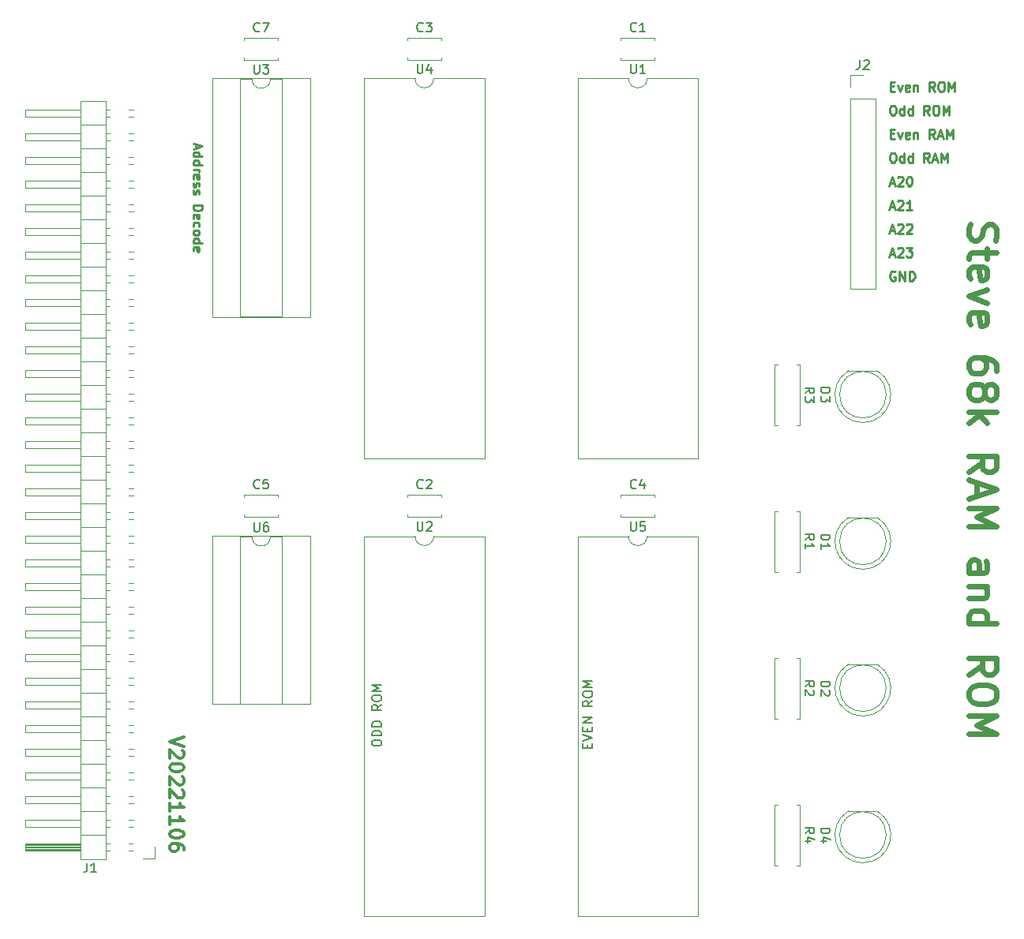
<source format=gto>
G04 #@! TF.GenerationSoftware,KiCad,Pcbnew,(6.0.2)*
G04 #@! TF.CreationDate,2022-11-06T15:02:32-08:00*
G04 #@! TF.ProjectId,RAM and ROM,52414d20-616e-4642-9052-4f4d2e6b6963,1.0*
G04 #@! TF.SameCoordinates,Original*
G04 #@! TF.FileFunction,Legend,Top*
G04 #@! TF.FilePolarity,Positive*
%FSLAX46Y46*%
G04 Gerber Fmt 4.6, Leading zero omitted, Abs format (unit mm)*
G04 Created by KiCad (PCBNEW (6.0.2)) date 2022-11-06 15:02:32*
%MOMM*%
%LPD*%
G01*
G04 APERTURE LIST*
%ADD10C,0.250000*%
%ADD11C,0.300000*%
%ADD12C,0.150000*%
%ADD13C,0.600000*%
%ADD14C,0.120000*%
%ADD15R,1.700000X1.700000*%
%ADD16O,1.700000X1.700000*%
%ADD17C,3.200000*%
%ADD18C,1.600000*%
%ADD19O,1.600000X1.600000*%
%ADD20R,1.600000X1.600000*%
%ADD21R,1.800000X1.800000*%
%ADD22C,1.800000*%
%ADD23R,2.400000X1.600000*%
%ADD24O,2.400000X1.600000*%
G04 APERTURE END LIST*
D10*
X108799333Y-60487095D02*
X108799333Y-60963285D01*
X108513619Y-60391857D02*
X109513619Y-60725190D01*
X108513619Y-61058523D01*
X108513619Y-61820428D02*
X109513619Y-61820428D01*
X108561238Y-61820428D02*
X108513619Y-61725190D01*
X108513619Y-61534714D01*
X108561238Y-61439476D01*
X108608857Y-61391857D01*
X108704095Y-61344238D01*
X108989809Y-61344238D01*
X109085047Y-61391857D01*
X109132666Y-61439476D01*
X109180285Y-61534714D01*
X109180285Y-61725190D01*
X109132666Y-61820428D01*
X108513619Y-62725190D02*
X109513619Y-62725190D01*
X108561238Y-62725190D02*
X108513619Y-62629952D01*
X108513619Y-62439476D01*
X108561238Y-62344238D01*
X108608857Y-62296619D01*
X108704095Y-62249000D01*
X108989809Y-62249000D01*
X109085047Y-62296619D01*
X109132666Y-62344238D01*
X109180285Y-62439476D01*
X109180285Y-62629952D01*
X109132666Y-62725190D01*
X108513619Y-63201380D02*
X109180285Y-63201380D01*
X108989809Y-63201380D02*
X109085047Y-63249000D01*
X109132666Y-63296619D01*
X109180285Y-63391857D01*
X109180285Y-63487095D01*
X108561238Y-64201380D02*
X108513619Y-64106142D01*
X108513619Y-63915666D01*
X108561238Y-63820428D01*
X108656476Y-63772809D01*
X109037428Y-63772809D01*
X109132666Y-63820428D01*
X109180285Y-63915666D01*
X109180285Y-64106142D01*
X109132666Y-64201380D01*
X109037428Y-64249000D01*
X108942190Y-64249000D01*
X108846952Y-63772809D01*
X108561238Y-64629952D02*
X108513619Y-64725190D01*
X108513619Y-64915666D01*
X108561238Y-65010904D01*
X108656476Y-65058523D01*
X108704095Y-65058523D01*
X108799333Y-65010904D01*
X108846952Y-64915666D01*
X108846952Y-64772809D01*
X108894571Y-64677571D01*
X108989809Y-64629952D01*
X109037428Y-64629952D01*
X109132666Y-64677571D01*
X109180285Y-64772809D01*
X109180285Y-64915666D01*
X109132666Y-65010904D01*
X108561238Y-65439476D02*
X108513619Y-65534714D01*
X108513619Y-65725190D01*
X108561238Y-65820428D01*
X108656476Y-65868047D01*
X108704095Y-65868047D01*
X108799333Y-65820428D01*
X108846952Y-65725190D01*
X108846952Y-65582333D01*
X108894571Y-65487095D01*
X108989809Y-65439476D01*
X109037428Y-65439476D01*
X109132666Y-65487095D01*
X109180285Y-65582333D01*
X109180285Y-65725190D01*
X109132666Y-65820428D01*
X108513619Y-67058523D02*
X109513619Y-67058523D01*
X109513619Y-67296619D01*
X109466000Y-67439476D01*
X109370761Y-67534714D01*
X109275523Y-67582333D01*
X109085047Y-67629952D01*
X108942190Y-67629952D01*
X108751714Y-67582333D01*
X108656476Y-67534714D01*
X108561238Y-67439476D01*
X108513619Y-67296619D01*
X108513619Y-67058523D01*
X108561238Y-68439476D02*
X108513619Y-68344238D01*
X108513619Y-68153761D01*
X108561238Y-68058523D01*
X108656476Y-68010904D01*
X109037428Y-68010904D01*
X109132666Y-68058523D01*
X109180285Y-68153761D01*
X109180285Y-68344238D01*
X109132666Y-68439476D01*
X109037428Y-68487095D01*
X108942190Y-68487095D01*
X108846952Y-68010904D01*
X108561238Y-69344238D02*
X108513619Y-69249000D01*
X108513619Y-69058523D01*
X108561238Y-68963285D01*
X108608857Y-68915666D01*
X108704095Y-68868047D01*
X108989809Y-68868047D01*
X109085047Y-68915666D01*
X109132666Y-68963285D01*
X109180285Y-69058523D01*
X109180285Y-69249000D01*
X109132666Y-69344238D01*
X108513619Y-69915666D02*
X108561238Y-69820428D01*
X108608857Y-69772809D01*
X108704095Y-69725190D01*
X108989809Y-69725190D01*
X109085047Y-69772809D01*
X109132666Y-69820428D01*
X109180285Y-69915666D01*
X109180285Y-70058523D01*
X109132666Y-70153761D01*
X109085047Y-70201380D01*
X108989809Y-70249000D01*
X108704095Y-70249000D01*
X108608857Y-70201380D01*
X108561238Y-70153761D01*
X108513619Y-70058523D01*
X108513619Y-69915666D01*
X108513619Y-71106142D02*
X109513619Y-71106142D01*
X108561238Y-71106142D02*
X108513619Y-71010904D01*
X108513619Y-70820428D01*
X108561238Y-70725190D01*
X108608857Y-70677571D01*
X108704095Y-70629952D01*
X108989809Y-70629952D01*
X109085047Y-70677571D01*
X109132666Y-70725190D01*
X109180285Y-70820428D01*
X109180285Y-71010904D01*
X109132666Y-71106142D01*
X108561238Y-71963285D02*
X108513619Y-71868047D01*
X108513619Y-71677571D01*
X108561238Y-71582333D01*
X108656476Y-71534714D01*
X109037428Y-71534714D01*
X109132666Y-71582333D01*
X109180285Y-71677571D01*
X109180285Y-71868047D01*
X109132666Y-71963285D01*
X109037428Y-72010904D01*
X108942190Y-72010904D01*
X108846952Y-71534714D01*
X183804404Y-74176000D02*
X183709166Y-74128380D01*
X183566309Y-74128380D01*
X183423452Y-74176000D01*
X183328214Y-74271238D01*
X183280595Y-74366476D01*
X183232976Y-74556952D01*
X183232976Y-74699809D01*
X183280595Y-74890285D01*
X183328214Y-74985523D01*
X183423452Y-75080761D01*
X183566309Y-75128380D01*
X183661547Y-75128380D01*
X183804404Y-75080761D01*
X183852023Y-75033142D01*
X183852023Y-74699809D01*
X183661547Y-74699809D01*
X184280595Y-75128380D02*
X184280595Y-74128380D01*
X184852023Y-75128380D01*
X184852023Y-74128380D01*
X185328214Y-75128380D02*
X185328214Y-74128380D01*
X185566309Y-74128380D01*
X185709166Y-74176000D01*
X185804404Y-74271238D01*
X185852023Y-74366476D01*
X185899642Y-74556952D01*
X185899642Y-74699809D01*
X185852023Y-74890285D01*
X185804404Y-74985523D01*
X185709166Y-75080761D01*
X185566309Y-75128380D01*
X185328214Y-75128380D01*
X183232976Y-72302666D02*
X183709166Y-72302666D01*
X183137738Y-72588380D02*
X183471071Y-71588380D01*
X183804404Y-72588380D01*
X184090119Y-71683619D02*
X184137738Y-71636000D01*
X184232976Y-71588380D01*
X184471071Y-71588380D01*
X184566309Y-71636000D01*
X184613928Y-71683619D01*
X184661547Y-71778857D01*
X184661547Y-71874095D01*
X184613928Y-72016952D01*
X184042500Y-72588380D01*
X184661547Y-72588380D01*
X184994880Y-71588380D02*
X185613928Y-71588380D01*
X185280595Y-71969333D01*
X185423452Y-71969333D01*
X185518690Y-72016952D01*
X185566309Y-72064571D01*
X185613928Y-72159809D01*
X185613928Y-72397904D01*
X185566309Y-72493142D01*
X185518690Y-72540761D01*
X185423452Y-72588380D01*
X185137738Y-72588380D01*
X185042500Y-72540761D01*
X184994880Y-72493142D01*
X183232976Y-69762666D02*
X183709166Y-69762666D01*
X183137738Y-70048380D02*
X183471071Y-69048380D01*
X183804404Y-70048380D01*
X184090119Y-69143619D02*
X184137738Y-69096000D01*
X184232976Y-69048380D01*
X184471071Y-69048380D01*
X184566309Y-69096000D01*
X184613928Y-69143619D01*
X184661547Y-69238857D01*
X184661547Y-69334095D01*
X184613928Y-69476952D01*
X184042500Y-70048380D01*
X184661547Y-70048380D01*
X185042500Y-69143619D02*
X185090119Y-69096000D01*
X185185357Y-69048380D01*
X185423452Y-69048380D01*
X185518690Y-69096000D01*
X185566309Y-69143619D01*
X185613928Y-69238857D01*
X185613928Y-69334095D01*
X185566309Y-69476952D01*
X184994880Y-70048380D01*
X185613928Y-70048380D01*
X183232976Y-67222666D02*
X183709166Y-67222666D01*
X183137738Y-67508380D02*
X183471071Y-66508380D01*
X183804404Y-67508380D01*
X184090119Y-66603619D02*
X184137738Y-66556000D01*
X184232976Y-66508380D01*
X184471071Y-66508380D01*
X184566309Y-66556000D01*
X184613928Y-66603619D01*
X184661547Y-66698857D01*
X184661547Y-66794095D01*
X184613928Y-66936952D01*
X184042500Y-67508380D01*
X184661547Y-67508380D01*
X185613928Y-67508380D02*
X185042500Y-67508380D01*
X185328214Y-67508380D02*
X185328214Y-66508380D01*
X185232976Y-66651238D01*
X185137738Y-66746476D01*
X185042500Y-66794095D01*
X183232976Y-64682666D02*
X183709166Y-64682666D01*
X183137738Y-64968380D02*
X183471071Y-63968380D01*
X183804404Y-64968380D01*
X184090119Y-64063619D02*
X184137738Y-64016000D01*
X184232976Y-63968380D01*
X184471071Y-63968380D01*
X184566309Y-64016000D01*
X184613928Y-64063619D01*
X184661547Y-64158857D01*
X184661547Y-64254095D01*
X184613928Y-64396952D01*
X184042500Y-64968380D01*
X184661547Y-64968380D01*
X185280595Y-63968380D02*
X185375833Y-63968380D01*
X185471071Y-64016000D01*
X185518690Y-64063619D01*
X185566309Y-64158857D01*
X185613928Y-64349333D01*
X185613928Y-64587428D01*
X185566309Y-64777904D01*
X185518690Y-64873142D01*
X185471071Y-64920761D01*
X185375833Y-64968380D01*
X185280595Y-64968380D01*
X185185357Y-64920761D01*
X185137738Y-64873142D01*
X185090119Y-64777904D01*
X185042500Y-64587428D01*
X185042500Y-64349333D01*
X185090119Y-64158857D01*
X185137738Y-64063619D01*
X185185357Y-64016000D01*
X185280595Y-63968380D01*
X183471071Y-61428380D02*
X183661547Y-61428380D01*
X183756785Y-61476000D01*
X183852023Y-61571238D01*
X183899642Y-61761714D01*
X183899642Y-62095047D01*
X183852023Y-62285523D01*
X183756785Y-62380761D01*
X183661547Y-62428380D01*
X183471071Y-62428380D01*
X183375833Y-62380761D01*
X183280595Y-62285523D01*
X183232976Y-62095047D01*
X183232976Y-61761714D01*
X183280595Y-61571238D01*
X183375833Y-61476000D01*
X183471071Y-61428380D01*
X184756785Y-62428380D02*
X184756785Y-61428380D01*
X184756785Y-62380761D02*
X184661547Y-62428380D01*
X184471071Y-62428380D01*
X184375833Y-62380761D01*
X184328214Y-62333142D01*
X184280595Y-62237904D01*
X184280595Y-61952190D01*
X184328214Y-61856952D01*
X184375833Y-61809333D01*
X184471071Y-61761714D01*
X184661547Y-61761714D01*
X184756785Y-61809333D01*
X185661547Y-62428380D02*
X185661547Y-61428380D01*
X185661547Y-62380761D02*
X185566309Y-62428380D01*
X185375833Y-62428380D01*
X185280595Y-62380761D01*
X185232976Y-62333142D01*
X185185357Y-62237904D01*
X185185357Y-61952190D01*
X185232976Y-61856952D01*
X185280595Y-61809333D01*
X185375833Y-61761714D01*
X185566309Y-61761714D01*
X185661547Y-61809333D01*
X187471071Y-62428380D02*
X187137738Y-61952190D01*
X186899642Y-62428380D02*
X186899642Y-61428380D01*
X187280595Y-61428380D01*
X187375833Y-61476000D01*
X187423452Y-61523619D01*
X187471071Y-61618857D01*
X187471071Y-61761714D01*
X187423452Y-61856952D01*
X187375833Y-61904571D01*
X187280595Y-61952190D01*
X186899642Y-61952190D01*
X187852023Y-62142666D02*
X188328214Y-62142666D01*
X187756785Y-62428380D02*
X188090119Y-61428380D01*
X188423452Y-62428380D01*
X188756785Y-62428380D02*
X188756785Y-61428380D01*
X189090119Y-62142666D01*
X189423452Y-61428380D01*
X189423452Y-62428380D01*
X183280595Y-59364571D02*
X183613928Y-59364571D01*
X183756785Y-59888380D02*
X183280595Y-59888380D01*
X183280595Y-58888380D01*
X183756785Y-58888380D01*
X184090119Y-59221714D02*
X184328214Y-59888380D01*
X184566309Y-59221714D01*
X185328214Y-59840761D02*
X185232976Y-59888380D01*
X185042500Y-59888380D01*
X184947261Y-59840761D01*
X184899642Y-59745523D01*
X184899642Y-59364571D01*
X184947261Y-59269333D01*
X185042500Y-59221714D01*
X185232976Y-59221714D01*
X185328214Y-59269333D01*
X185375833Y-59364571D01*
X185375833Y-59459809D01*
X184899642Y-59555047D01*
X185804404Y-59221714D02*
X185804404Y-59888380D01*
X185804404Y-59316952D02*
X185852023Y-59269333D01*
X185947261Y-59221714D01*
X186090119Y-59221714D01*
X186185357Y-59269333D01*
X186232976Y-59364571D01*
X186232976Y-59888380D01*
X188042500Y-59888380D02*
X187709166Y-59412190D01*
X187471071Y-59888380D02*
X187471071Y-58888380D01*
X187852023Y-58888380D01*
X187947261Y-58936000D01*
X187994880Y-58983619D01*
X188042500Y-59078857D01*
X188042500Y-59221714D01*
X187994880Y-59316952D01*
X187947261Y-59364571D01*
X187852023Y-59412190D01*
X187471071Y-59412190D01*
X188423452Y-59602666D02*
X188899642Y-59602666D01*
X188328214Y-59888380D02*
X188661547Y-58888380D01*
X188994880Y-59888380D01*
X189328214Y-59888380D02*
X189328214Y-58888380D01*
X189661547Y-59602666D01*
X189994880Y-58888380D01*
X189994880Y-59888380D01*
X183471071Y-56348380D02*
X183661547Y-56348380D01*
X183756785Y-56396000D01*
X183852023Y-56491238D01*
X183899642Y-56681714D01*
X183899642Y-57015047D01*
X183852023Y-57205523D01*
X183756785Y-57300761D01*
X183661547Y-57348380D01*
X183471071Y-57348380D01*
X183375833Y-57300761D01*
X183280595Y-57205523D01*
X183232976Y-57015047D01*
X183232976Y-56681714D01*
X183280595Y-56491238D01*
X183375833Y-56396000D01*
X183471071Y-56348380D01*
X184756785Y-57348380D02*
X184756785Y-56348380D01*
X184756785Y-57300761D02*
X184661547Y-57348380D01*
X184471071Y-57348380D01*
X184375833Y-57300761D01*
X184328214Y-57253142D01*
X184280595Y-57157904D01*
X184280595Y-56872190D01*
X184328214Y-56776952D01*
X184375833Y-56729333D01*
X184471071Y-56681714D01*
X184661547Y-56681714D01*
X184756785Y-56729333D01*
X185661547Y-57348380D02*
X185661547Y-56348380D01*
X185661547Y-57300761D02*
X185566309Y-57348380D01*
X185375833Y-57348380D01*
X185280595Y-57300761D01*
X185232976Y-57253142D01*
X185185357Y-57157904D01*
X185185357Y-56872190D01*
X185232976Y-56776952D01*
X185280595Y-56729333D01*
X185375833Y-56681714D01*
X185566309Y-56681714D01*
X185661547Y-56729333D01*
X187471071Y-57348380D02*
X187137738Y-56872190D01*
X186899642Y-57348380D02*
X186899642Y-56348380D01*
X187280595Y-56348380D01*
X187375833Y-56396000D01*
X187423452Y-56443619D01*
X187471071Y-56538857D01*
X187471071Y-56681714D01*
X187423452Y-56776952D01*
X187375833Y-56824571D01*
X187280595Y-56872190D01*
X186899642Y-56872190D01*
X188090119Y-56348380D02*
X188280595Y-56348380D01*
X188375833Y-56396000D01*
X188471071Y-56491238D01*
X188518690Y-56681714D01*
X188518690Y-57015047D01*
X188471071Y-57205523D01*
X188375833Y-57300761D01*
X188280595Y-57348380D01*
X188090119Y-57348380D01*
X187994880Y-57300761D01*
X187899642Y-57205523D01*
X187852023Y-57015047D01*
X187852023Y-56681714D01*
X187899642Y-56491238D01*
X187994880Y-56396000D01*
X188090119Y-56348380D01*
X188947261Y-57348380D02*
X188947261Y-56348380D01*
X189280595Y-57062666D01*
X189613928Y-56348380D01*
X189613928Y-57348380D01*
X183280595Y-54284571D02*
X183613928Y-54284571D01*
X183756785Y-54808380D02*
X183280595Y-54808380D01*
X183280595Y-53808380D01*
X183756785Y-53808380D01*
X184090119Y-54141714D02*
X184328214Y-54808380D01*
X184566309Y-54141714D01*
X185328214Y-54760761D02*
X185232976Y-54808380D01*
X185042500Y-54808380D01*
X184947261Y-54760761D01*
X184899642Y-54665523D01*
X184899642Y-54284571D01*
X184947261Y-54189333D01*
X185042500Y-54141714D01*
X185232976Y-54141714D01*
X185328214Y-54189333D01*
X185375833Y-54284571D01*
X185375833Y-54379809D01*
X184899642Y-54475047D01*
X185804404Y-54141714D02*
X185804404Y-54808380D01*
X185804404Y-54236952D02*
X185852023Y-54189333D01*
X185947261Y-54141714D01*
X186090119Y-54141714D01*
X186185357Y-54189333D01*
X186232976Y-54284571D01*
X186232976Y-54808380D01*
X188042500Y-54808380D02*
X187709166Y-54332190D01*
X187471071Y-54808380D02*
X187471071Y-53808380D01*
X187852023Y-53808380D01*
X187947261Y-53856000D01*
X187994880Y-53903619D01*
X188042500Y-53998857D01*
X188042500Y-54141714D01*
X187994880Y-54236952D01*
X187947261Y-54284571D01*
X187852023Y-54332190D01*
X187471071Y-54332190D01*
X188661547Y-53808380D02*
X188852023Y-53808380D01*
X188947261Y-53856000D01*
X189042500Y-53951238D01*
X189090119Y-54141714D01*
X189090119Y-54475047D01*
X189042500Y-54665523D01*
X188947261Y-54760761D01*
X188852023Y-54808380D01*
X188661547Y-54808380D01*
X188566309Y-54760761D01*
X188471071Y-54665523D01*
X188423452Y-54475047D01*
X188423452Y-54141714D01*
X188471071Y-53951238D01*
X188566309Y-53856000D01*
X188661547Y-53808380D01*
X189518690Y-54808380D02*
X189518690Y-53808380D01*
X189852023Y-54522666D01*
X190185357Y-53808380D01*
X190185357Y-54808380D01*
D11*
X107501428Y-124087714D02*
X106001428Y-124587714D01*
X107501428Y-125087714D01*
X107358571Y-125516285D02*
X107430000Y-125587714D01*
X107501428Y-125730571D01*
X107501428Y-126087714D01*
X107430000Y-126230571D01*
X107358571Y-126302000D01*
X107215714Y-126373428D01*
X107072857Y-126373428D01*
X106858571Y-126302000D01*
X106001428Y-125444857D01*
X106001428Y-126373428D01*
X107501428Y-127302000D02*
X107501428Y-127444857D01*
X107430000Y-127587714D01*
X107358571Y-127659142D01*
X107215714Y-127730571D01*
X106930000Y-127802000D01*
X106572857Y-127802000D01*
X106287142Y-127730571D01*
X106144285Y-127659142D01*
X106072857Y-127587714D01*
X106001428Y-127444857D01*
X106001428Y-127302000D01*
X106072857Y-127159142D01*
X106144285Y-127087714D01*
X106287142Y-127016285D01*
X106572857Y-126944857D01*
X106930000Y-126944857D01*
X107215714Y-127016285D01*
X107358571Y-127087714D01*
X107430000Y-127159142D01*
X107501428Y-127302000D01*
X107358571Y-128373428D02*
X107430000Y-128444857D01*
X107501428Y-128587714D01*
X107501428Y-128944857D01*
X107430000Y-129087714D01*
X107358571Y-129159142D01*
X107215714Y-129230571D01*
X107072857Y-129230571D01*
X106858571Y-129159142D01*
X106001428Y-128302000D01*
X106001428Y-129230571D01*
X107358571Y-129802000D02*
X107430000Y-129873428D01*
X107501428Y-130016285D01*
X107501428Y-130373428D01*
X107430000Y-130516285D01*
X107358571Y-130587714D01*
X107215714Y-130659142D01*
X107072857Y-130659142D01*
X106858571Y-130587714D01*
X106001428Y-129730571D01*
X106001428Y-130659142D01*
X106001428Y-132087714D02*
X106001428Y-131230571D01*
X106001428Y-131659142D02*
X107501428Y-131659142D01*
X107287142Y-131516285D01*
X107144285Y-131373428D01*
X107072857Y-131230571D01*
X106001428Y-133516285D02*
X106001428Y-132659142D01*
X106001428Y-133087714D02*
X107501428Y-133087714D01*
X107287142Y-132944857D01*
X107144285Y-132802000D01*
X107072857Y-132659142D01*
X107501428Y-134444857D02*
X107501428Y-134587714D01*
X107430000Y-134730571D01*
X107358571Y-134802000D01*
X107215714Y-134873428D01*
X106930000Y-134944857D01*
X106572857Y-134944857D01*
X106287142Y-134873428D01*
X106144285Y-134802000D01*
X106072857Y-134730571D01*
X106001428Y-134587714D01*
X106001428Y-134444857D01*
X106072857Y-134302000D01*
X106144285Y-134230571D01*
X106287142Y-134159142D01*
X106572857Y-134087714D01*
X106930000Y-134087714D01*
X107215714Y-134159142D01*
X107358571Y-134230571D01*
X107430000Y-134302000D01*
X107501428Y-134444857D01*
X107501428Y-136230571D02*
X107501428Y-135944857D01*
X107430000Y-135802000D01*
X107358571Y-135730571D01*
X107144285Y-135587714D01*
X106858571Y-135516285D01*
X106287142Y-135516285D01*
X106144285Y-135587714D01*
X106072857Y-135659142D01*
X106001428Y-135802000D01*
X106001428Y-136087714D01*
X106072857Y-136230571D01*
X106144285Y-136302000D01*
X106287142Y-136373428D01*
X106644285Y-136373428D01*
X106787142Y-136302000D01*
X106858571Y-136230571D01*
X106930000Y-136087714D01*
X106930000Y-135802000D01*
X106858571Y-135659142D01*
X106787142Y-135587714D01*
X106644285Y-135516285D01*
D12*
X127717380Y-124827428D02*
X127717380Y-124636952D01*
X127765000Y-124541714D01*
X127860238Y-124446476D01*
X128050714Y-124398857D01*
X128384047Y-124398857D01*
X128574523Y-124446476D01*
X128669761Y-124541714D01*
X128717380Y-124636952D01*
X128717380Y-124827428D01*
X128669761Y-124922666D01*
X128574523Y-125017904D01*
X128384047Y-125065523D01*
X128050714Y-125065523D01*
X127860238Y-125017904D01*
X127765000Y-124922666D01*
X127717380Y-124827428D01*
X128717380Y-123970285D02*
X127717380Y-123970285D01*
X127717380Y-123732190D01*
X127765000Y-123589333D01*
X127860238Y-123494095D01*
X127955476Y-123446476D01*
X128145952Y-123398857D01*
X128288809Y-123398857D01*
X128479285Y-123446476D01*
X128574523Y-123494095D01*
X128669761Y-123589333D01*
X128717380Y-123732190D01*
X128717380Y-123970285D01*
X128717380Y-122970285D02*
X127717380Y-122970285D01*
X127717380Y-122732190D01*
X127765000Y-122589333D01*
X127860238Y-122494095D01*
X127955476Y-122446476D01*
X128145952Y-122398857D01*
X128288809Y-122398857D01*
X128479285Y-122446476D01*
X128574523Y-122494095D01*
X128669761Y-122589333D01*
X128717380Y-122732190D01*
X128717380Y-122970285D01*
X128717380Y-120636952D02*
X128241190Y-120970285D01*
X128717380Y-121208380D02*
X127717380Y-121208380D01*
X127717380Y-120827428D01*
X127765000Y-120732190D01*
X127812619Y-120684571D01*
X127907857Y-120636952D01*
X128050714Y-120636952D01*
X128145952Y-120684571D01*
X128193571Y-120732190D01*
X128241190Y-120827428D01*
X128241190Y-121208380D01*
X127717380Y-120017904D02*
X127717380Y-119827428D01*
X127765000Y-119732190D01*
X127860238Y-119636952D01*
X128050714Y-119589333D01*
X128384047Y-119589333D01*
X128574523Y-119636952D01*
X128669761Y-119732190D01*
X128717380Y-119827428D01*
X128717380Y-120017904D01*
X128669761Y-120113142D01*
X128574523Y-120208380D01*
X128384047Y-120256000D01*
X128050714Y-120256000D01*
X127860238Y-120208380D01*
X127765000Y-120113142D01*
X127717380Y-120017904D01*
X128717380Y-119160761D02*
X127717380Y-119160761D01*
X128431666Y-118827428D01*
X127717380Y-118494095D01*
X128717380Y-118494095D01*
X150804571Y-125261238D02*
X150804571Y-124927904D01*
X151328380Y-124785047D02*
X151328380Y-125261238D01*
X150328380Y-125261238D01*
X150328380Y-124785047D01*
X150328380Y-124499333D02*
X151328380Y-124166000D01*
X150328380Y-123832666D01*
X150804571Y-123499333D02*
X150804571Y-123166000D01*
X151328380Y-123023142D02*
X151328380Y-123499333D01*
X150328380Y-123499333D01*
X150328380Y-123023142D01*
X151328380Y-122594571D02*
X150328380Y-122594571D01*
X151328380Y-122023142D01*
X150328380Y-122023142D01*
X151328380Y-120213619D02*
X150852190Y-120546952D01*
X151328380Y-120785047D02*
X150328380Y-120785047D01*
X150328380Y-120404095D01*
X150376000Y-120308857D01*
X150423619Y-120261238D01*
X150518857Y-120213619D01*
X150661714Y-120213619D01*
X150756952Y-120261238D01*
X150804571Y-120308857D01*
X150852190Y-120404095D01*
X150852190Y-120785047D01*
X150328380Y-119594571D02*
X150328380Y-119404095D01*
X150376000Y-119308857D01*
X150471238Y-119213619D01*
X150661714Y-119166000D01*
X150995047Y-119166000D01*
X151185523Y-119213619D01*
X151280761Y-119308857D01*
X151328380Y-119404095D01*
X151328380Y-119594571D01*
X151280761Y-119689809D01*
X151185523Y-119785047D01*
X150995047Y-119832666D01*
X150661714Y-119832666D01*
X150471238Y-119785047D01*
X150376000Y-119689809D01*
X150328380Y-119594571D01*
X151328380Y-118737428D02*
X150328380Y-118737428D01*
X151042666Y-118404095D01*
X150328380Y-118070761D01*
X151328380Y-118070761D01*
D13*
X191825714Y-69091428D02*
X191682857Y-69520000D01*
X191682857Y-70234285D01*
X191825714Y-70520000D01*
X191968571Y-70662857D01*
X192254285Y-70805714D01*
X192540000Y-70805714D01*
X192825714Y-70662857D01*
X192968571Y-70520000D01*
X193111428Y-70234285D01*
X193254285Y-69662857D01*
X193397142Y-69377142D01*
X193540000Y-69234285D01*
X193825714Y-69091428D01*
X194111428Y-69091428D01*
X194397142Y-69234285D01*
X194540000Y-69377142D01*
X194682857Y-69662857D01*
X194682857Y-70377142D01*
X194540000Y-70805714D01*
X193682857Y-71662857D02*
X193682857Y-72805714D01*
X194682857Y-72091428D02*
X192111428Y-72091428D01*
X191825714Y-72234285D01*
X191682857Y-72520000D01*
X191682857Y-72805714D01*
X191825714Y-74948571D02*
X191682857Y-74662857D01*
X191682857Y-74091428D01*
X191825714Y-73805714D01*
X192111428Y-73662857D01*
X193254285Y-73662857D01*
X193540000Y-73805714D01*
X193682857Y-74091428D01*
X193682857Y-74662857D01*
X193540000Y-74948571D01*
X193254285Y-75091428D01*
X192968571Y-75091428D01*
X192682857Y-73662857D01*
X193682857Y-76091428D02*
X191682857Y-76805714D01*
X193682857Y-77520000D01*
X191825714Y-79805714D02*
X191682857Y-79520000D01*
X191682857Y-78948571D01*
X191825714Y-78662857D01*
X192111428Y-78520000D01*
X193254285Y-78520000D01*
X193540000Y-78662857D01*
X193682857Y-78948571D01*
X193682857Y-79520000D01*
X193540000Y-79805714D01*
X193254285Y-79948571D01*
X192968571Y-79948571D01*
X192682857Y-78520000D01*
X194682857Y-84805714D02*
X194682857Y-84234285D01*
X194540000Y-83948571D01*
X194397142Y-83805714D01*
X193968571Y-83520000D01*
X193397142Y-83377142D01*
X192254285Y-83377142D01*
X191968571Y-83520000D01*
X191825714Y-83662857D01*
X191682857Y-83948571D01*
X191682857Y-84520000D01*
X191825714Y-84805714D01*
X191968571Y-84948571D01*
X192254285Y-85091428D01*
X192968571Y-85091428D01*
X193254285Y-84948571D01*
X193397142Y-84805714D01*
X193540000Y-84520000D01*
X193540000Y-83948571D01*
X193397142Y-83662857D01*
X193254285Y-83520000D01*
X192968571Y-83377142D01*
X193397142Y-86805714D02*
X193540000Y-86520000D01*
X193682857Y-86377142D01*
X193968571Y-86234285D01*
X194111428Y-86234285D01*
X194397142Y-86377142D01*
X194540000Y-86520000D01*
X194682857Y-86805714D01*
X194682857Y-87377142D01*
X194540000Y-87662857D01*
X194397142Y-87805714D01*
X194111428Y-87948571D01*
X193968571Y-87948571D01*
X193682857Y-87805714D01*
X193540000Y-87662857D01*
X193397142Y-87377142D01*
X193397142Y-86805714D01*
X193254285Y-86520000D01*
X193111428Y-86377142D01*
X192825714Y-86234285D01*
X192254285Y-86234285D01*
X191968571Y-86377142D01*
X191825714Y-86520000D01*
X191682857Y-86805714D01*
X191682857Y-87377142D01*
X191825714Y-87662857D01*
X191968571Y-87805714D01*
X192254285Y-87948571D01*
X192825714Y-87948571D01*
X193111428Y-87805714D01*
X193254285Y-87662857D01*
X193397142Y-87377142D01*
X191682857Y-89234285D02*
X194682857Y-89234285D01*
X192825714Y-89520000D02*
X191682857Y-90377142D01*
X193682857Y-90377142D02*
X192540000Y-89234285D01*
X191682857Y-95662857D02*
X193111428Y-94662857D01*
X191682857Y-93948571D02*
X194682857Y-93948571D01*
X194682857Y-95091428D01*
X194540000Y-95377142D01*
X194397142Y-95520000D01*
X194111428Y-95662857D01*
X193682857Y-95662857D01*
X193397142Y-95520000D01*
X193254285Y-95377142D01*
X193111428Y-95091428D01*
X193111428Y-93948571D01*
X192540000Y-96805714D02*
X192540000Y-98234285D01*
X191682857Y-96520000D02*
X194682857Y-97520000D01*
X191682857Y-98520000D01*
X191682857Y-99520000D02*
X194682857Y-99520000D01*
X192540000Y-100520000D01*
X194682857Y-101520000D01*
X191682857Y-101520000D01*
X191682857Y-106520000D02*
X193254285Y-106520000D01*
X193540000Y-106377142D01*
X193682857Y-106091428D01*
X193682857Y-105520000D01*
X193540000Y-105234285D01*
X191825714Y-106520000D02*
X191682857Y-106234285D01*
X191682857Y-105520000D01*
X191825714Y-105234285D01*
X192111428Y-105091428D01*
X192397142Y-105091428D01*
X192682857Y-105234285D01*
X192825714Y-105520000D01*
X192825714Y-106234285D01*
X192968571Y-106520000D01*
X193682857Y-107948571D02*
X191682857Y-107948571D01*
X193397142Y-107948571D02*
X193540000Y-108091428D01*
X193682857Y-108377142D01*
X193682857Y-108805714D01*
X193540000Y-109091428D01*
X193254285Y-109234285D01*
X191682857Y-109234285D01*
X191682857Y-111948571D02*
X194682857Y-111948571D01*
X191825714Y-111948571D02*
X191682857Y-111662857D01*
X191682857Y-111091428D01*
X191825714Y-110805714D01*
X191968571Y-110662857D01*
X192254285Y-110520000D01*
X193111428Y-110520000D01*
X193397142Y-110662857D01*
X193540000Y-110805714D01*
X193682857Y-111091428D01*
X193682857Y-111662857D01*
X193540000Y-111948571D01*
X191682857Y-117377142D02*
X193111428Y-116377142D01*
X191682857Y-115662857D02*
X194682857Y-115662857D01*
X194682857Y-116805714D01*
X194540000Y-117091428D01*
X194397142Y-117234285D01*
X194111428Y-117377142D01*
X193682857Y-117377142D01*
X193397142Y-117234285D01*
X193254285Y-117091428D01*
X193111428Y-116805714D01*
X193111428Y-115662857D01*
X194682857Y-119234285D02*
X194682857Y-119805714D01*
X194540000Y-120091428D01*
X194254285Y-120377142D01*
X193682857Y-120520000D01*
X192682857Y-120520000D01*
X192111428Y-120377142D01*
X191825714Y-120091428D01*
X191682857Y-119805714D01*
X191682857Y-119234285D01*
X191825714Y-118948571D01*
X192111428Y-118662857D01*
X192682857Y-118520000D01*
X193682857Y-118520000D01*
X194254285Y-118662857D01*
X194540000Y-118948571D01*
X194682857Y-119234285D01*
X191682857Y-121805714D02*
X194682857Y-121805714D01*
X192540000Y-122805714D01*
X194682857Y-123805714D01*
X191682857Y-123805714D01*
D12*
X180006666Y-51478380D02*
X180006666Y-52192666D01*
X179959047Y-52335523D01*
X179863809Y-52430761D01*
X179720952Y-52478380D01*
X179625714Y-52478380D01*
X180435238Y-51573619D02*
X180482857Y-51526000D01*
X180578095Y-51478380D01*
X180816190Y-51478380D01*
X180911428Y-51526000D01*
X180959047Y-51573619D01*
X181006666Y-51668857D01*
X181006666Y-51764095D01*
X180959047Y-51906952D01*
X180387619Y-52478380D01*
X181006666Y-52478380D01*
X174129619Y-87209333D02*
X174605809Y-86876000D01*
X174129619Y-86637904D02*
X175129619Y-86637904D01*
X175129619Y-87018857D01*
X175082000Y-87114095D01*
X175034380Y-87161714D01*
X174939142Y-87209333D01*
X174796285Y-87209333D01*
X174701047Y-87161714D01*
X174653428Y-87114095D01*
X174605809Y-87018857D01*
X174605809Y-86637904D01*
X175129619Y-87542666D02*
X175129619Y-88161714D01*
X174748666Y-87828380D01*
X174748666Y-87971238D01*
X174701047Y-88066476D01*
X174653428Y-88114095D01*
X174558190Y-88161714D01*
X174320095Y-88161714D01*
X174224857Y-88114095D01*
X174177238Y-88066476D01*
X174129619Y-87971238D01*
X174129619Y-87685523D01*
X174177238Y-87590285D01*
X174224857Y-87542666D01*
X174129619Y-102955633D02*
X174605809Y-102622300D01*
X174129619Y-102384204D02*
X175129619Y-102384204D01*
X175129619Y-102765157D01*
X175082000Y-102860395D01*
X175034380Y-102908014D01*
X174939142Y-102955633D01*
X174796285Y-102955633D01*
X174701047Y-102908014D01*
X174653428Y-102860395D01*
X174605809Y-102765157D01*
X174605809Y-102384204D01*
X174129619Y-103908014D02*
X174129619Y-103336585D01*
X174129619Y-103622300D02*
X175129619Y-103622300D01*
X174986761Y-103527061D01*
X174891523Y-103431823D01*
X174843904Y-103336585D01*
X115642333Y-48349142D02*
X115594714Y-48396761D01*
X115451857Y-48444380D01*
X115356619Y-48444380D01*
X115213761Y-48396761D01*
X115118523Y-48301523D01*
X115070904Y-48206285D01*
X115023285Y-48015809D01*
X115023285Y-47872952D01*
X115070904Y-47682476D01*
X115118523Y-47587238D01*
X115213761Y-47492000D01*
X115356619Y-47444380D01*
X115451857Y-47444380D01*
X115594714Y-47492000D01*
X115642333Y-47539619D01*
X115975666Y-47444380D02*
X116642333Y-47444380D01*
X116213761Y-48444380D01*
X115642333Y-97371142D02*
X115594714Y-97418761D01*
X115451857Y-97466380D01*
X115356619Y-97466380D01*
X115213761Y-97418761D01*
X115118523Y-97323523D01*
X115070904Y-97228285D01*
X115023285Y-97037809D01*
X115023285Y-96894952D01*
X115070904Y-96704476D01*
X115118523Y-96609238D01*
X115213761Y-96514000D01*
X115356619Y-96466380D01*
X115451857Y-96466380D01*
X115594714Y-96514000D01*
X115642333Y-96561619D01*
X116547095Y-96466380D02*
X116070904Y-96466380D01*
X116023285Y-96942571D01*
X116070904Y-96894952D01*
X116166142Y-96847333D01*
X116404238Y-96847333D01*
X116499476Y-96894952D01*
X116547095Y-96942571D01*
X116594714Y-97037809D01*
X116594714Y-97275904D01*
X116547095Y-97371142D01*
X116499476Y-97418761D01*
X116404238Y-97466380D01*
X116166142Y-97466380D01*
X116070904Y-97418761D01*
X116023285Y-97371142D01*
X132563095Y-101008380D02*
X132563095Y-101817904D01*
X132610714Y-101913142D01*
X132658333Y-101960761D01*
X132753571Y-102008380D01*
X132944047Y-102008380D01*
X133039285Y-101960761D01*
X133086904Y-101913142D01*
X133134523Y-101817904D01*
X133134523Y-101008380D01*
X133563095Y-101103619D02*
X133610714Y-101056000D01*
X133705952Y-101008380D01*
X133944047Y-101008380D01*
X134039285Y-101056000D01*
X134086904Y-101103619D01*
X134134523Y-101198857D01*
X134134523Y-101294095D01*
X134086904Y-101436952D01*
X133515476Y-102008380D01*
X134134523Y-102008380D01*
X133163333Y-97371142D02*
X133115714Y-97418761D01*
X132972857Y-97466380D01*
X132877619Y-97466380D01*
X132734761Y-97418761D01*
X132639523Y-97323523D01*
X132591904Y-97228285D01*
X132544285Y-97037809D01*
X132544285Y-96894952D01*
X132591904Y-96704476D01*
X132639523Y-96609238D01*
X132734761Y-96514000D01*
X132877619Y-96466380D01*
X132972857Y-96466380D01*
X133115714Y-96514000D01*
X133163333Y-96561619D01*
X133544285Y-96561619D02*
X133591904Y-96514000D01*
X133687142Y-96466380D01*
X133925238Y-96466380D01*
X134020476Y-96514000D01*
X134068095Y-96561619D01*
X134115714Y-96656857D01*
X134115714Y-96752095D01*
X134068095Y-96894952D01*
X133496666Y-97466380D01*
X134115714Y-97466380D01*
X156048333Y-48349142D02*
X156000714Y-48396761D01*
X155857857Y-48444380D01*
X155762619Y-48444380D01*
X155619761Y-48396761D01*
X155524523Y-48301523D01*
X155476904Y-48206285D01*
X155429285Y-48015809D01*
X155429285Y-47872952D01*
X155476904Y-47682476D01*
X155524523Y-47587238D01*
X155619761Y-47492000D01*
X155762619Y-47444380D01*
X155857857Y-47444380D01*
X156000714Y-47492000D01*
X156048333Y-47539619D01*
X157000714Y-48444380D02*
X156429285Y-48444380D01*
X156715000Y-48444380D02*
X156715000Y-47444380D01*
X156619761Y-47587238D01*
X156524523Y-47682476D01*
X156429285Y-47730095D01*
X175823619Y-133881904D02*
X176823619Y-133881904D01*
X176823619Y-134120000D01*
X176776000Y-134262857D01*
X176680761Y-134358095D01*
X176585523Y-134405714D01*
X176395047Y-134453333D01*
X176252190Y-134453333D01*
X176061714Y-134405714D01*
X175966476Y-134358095D01*
X175871238Y-134262857D01*
X175823619Y-134120000D01*
X175823619Y-133881904D01*
X176490285Y-135310476D02*
X175823619Y-135310476D01*
X176871238Y-135072380D02*
X176156952Y-134834285D01*
X176156952Y-135453333D01*
X175823619Y-86632904D02*
X176823619Y-86632904D01*
X176823619Y-86871000D01*
X176776000Y-87013857D01*
X176680761Y-87109095D01*
X176585523Y-87156714D01*
X176395047Y-87204333D01*
X176252190Y-87204333D01*
X176061714Y-87156714D01*
X175966476Y-87109095D01*
X175871238Y-87013857D01*
X175823619Y-86871000D01*
X175823619Y-86632904D01*
X176823619Y-87537666D02*
X176823619Y-88156714D01*
X176442666Y-87823380D01*
X176442666Y-87966238D01*
X176395047Y-88061476D01*
X176347428Y-88109095D01*
X176252190Y-88156714D01*
X176014095Y-88156714D01*
X175918857Y-88109095D01*
X175871238Y-88061476D01*
X175823619Y-87966238D01*
X175823619Y-87680523D01*
X175871238Y-87585285D01*
X175918857Y-87537666D01*
X156048333Y-97371142D02*
X156000714Y-97418761D01*
X155857857Y-97466380D01*
X155762619Y-97466380D01*
X155619761Y-97418761D01*
X155524523Y-97323523D01*
X155476904Y-97228285D01*
X155429285Y-97037809D01*
X155429285Y-96894952D01*
X155476904Y-96704476D01*
X155524523Y-96609238D01*
X155619761Y-96514000D01*
X155762619Y-96466380D01*
X155857857Y-96466380D01*
X156000714Y-96514000D01*
X156048333Y-96561619D01*
X156905476Y-96799714D02*
X156905476Y-97466380D01*
X156667380Y-96418761D02*
X156429285Y-97133047D01*
X157048333Y-97133047D01*
X133163333Y-48349142D02*
X133115714Y-48396761D01*
X132972857Y-48444380D01*
X132877619Y-48444380D01*
X132734761Y-48396761D01*
X132639523Y-48301523D01*
X132591904Y-48206285D01*
X132544285Y-48015809D01*
X132544285Y-47872952D01*
X132591904Y-47682476D01*
X132639523Y-47587238D01*
X132734761Y-47492000D01*
X132877619Y-47444380D01*
X132972857Y-47444380D01*
X133115714Y-47492000D01*
X133163333Y-47539619D01*
X133496666Y-47444380D02*
X134115714Y-47444380D01*
X133782380Y-47825333D01*
X133925238Y-47825333D01*
X134020476Y-47872952D01*
X134068095Y-47920571D01*
X134115714Y-48015809D01*
X134115714Y-48253904D01*
X134068095Y-48349142D01*
X134020476Y-48396761D01*
X133925238Y-48444380D01*
X133639523Y-48444380D01*
X133544285Y-48396761D01*
X133496666Y-48349142D01*
X175823619Y-118133938D02*
X176823619Y-118133938D01*
X176823619Y-118372034D01*
X176776000Y-118514891D01*
X176680761Y-118610129D01*
X176585523Y-118657748D01*
X176395047Y-118705367D01*
X176252190Y-118705367D01*
X176061714Y-118657748D01*
X175966476Y-118610129D01*
X175871238Y-118514891D01*
X175823619Y-118372034D01*
X175823619Y-118133938D01*
X176728380Y-119086319D02*
X176776000Y-119133938D01*
X176823619Y-119229176D01*
X176823619Y-119467272D01*
X176776000Y-119562510D01*
X176728380Y-119610129D01*
X176633142Y-119657748D01*
X176537904Y-119657748D01*
X176395047Y-119610129D01*
X175823619Y-119038700D01*
X175823619Y-119657748D01*
X174129619Y-118702033D02*
X174605809Y-118368700D01*
X174129619Y-118130604D02*
X175129619Y-118130604D01*
X175129619Y-118511557D01*
X175082000Y-118606795D01*
X175034380Y-118654414D01*
X174939142Y-118702033D01*
X174796285Y-118702033D01*
X174701047Y-118654414D01*
X174653428Y-118606795D01*
X174605809Y-118511557D01*
X174605809Y-118130604D01*
X175034380Y-119082985D02*
X175082000Y-119130604D01*
X175129619Y-119225842D01*
X175129619Y-119463938D01*
X175082000Y-119559176D01*
X175034380Y-119606795D01*
X174939142Y-119654414D01*
X174843904Y-119654414D01*
X174701047Y-119606795D01*
X174129619Y-119035366D01*
X174129619Y-119654414D01*
X132563095Y-51896380D02*
X132563095Y-52705904D01*
X132610714Y-52801142D01*
X132658333Y-52848761D01*
X132753571Y-52896380D01*
X132944047Y-52896380D01*
X133039285Y-52848761D01*
X133086904Y-52801142D01*
X133134523Y-52705904D01*
X133134523Y-51896380D01*
X134039285Y-52229714D02*
X134039285Y-52896380D01*
X133801190Y-51848761D02*
X133563095Y-52563047D01*
X134182142Y-52563047D01*
X115057095Y-101058380D02*
X115057095Y-101867904D01*
X115104714Y-101963142D01*
X115152333Y-102010761D01*
X115247571Y-102058380D01*
X115438047Y-102058380D01*
X115533285Y-102010761D01*
X115580904Y-101963142D01*
X115628523Y-101867904D01*
X115628523Y-101058380D01*
X116533285Y-101058380D02*
X116342809Y-101058380D01*
X116247571Y-101106000D01*
X116199952Y-101153619D01*
X116104714Y-101296476D01*
X116057095Y-101486952D01*
X116057095Y-101867904D01*
X116104714Y-101963142D01*
X116152333Y-102010761D01*
X116247571Y-102058380D01*
X116438047Y-102058380D01*
X116533285Y-102010761D01*
X116580904Y-101963142D01*
X116628523Y-101867904D01*
X116628523Y-101629809D01*
X116580904Y-101534571D01*
X116533285Y-101486952D01*
X116438047Y-101439333D01*
X116247571Y-101439333D01*
X116152333Y-101486952D01*
X116104714Y-101534571D01*
X116057095Y-101629809D01*
X115057095Y-51946380D02*
X115057095Y-52755904D01*
X115104714Y-52851142D01*
X115152333Y-52898761D01*
X115247571Y-52946380D01*
X115438047Y-52946380D01*
X115533285Y-52898761D01*
X115580904Y-52851142D01*
X115628523Y-52755904D01*
X115628523Y-51946380D01*
X116009476Y-51946380D02*
X116628523Y-51946380D01*
X116295190Y-52327333D01*
X116438047Y-52327333D01*
X116533285Y-52374952D01*
X116580904Y-52422571D01*
X116628523Y-52517809D01*
X116628523Y-52755904D01*
X116580904Y-52851142D01*
X116533285Y-52898761D01*
X116438047Y-52946380D01*
X116152333Y-52946380D01*
X116057095Y-52898761D01*
X116009476Y-52851142D01*
X175823619Y-102385871D02*
X176823619Y-102385871D01*
X176823619Y-102623967D01*
X176776000Y-102766824D01*
X176680761Y-102862062D01*
X176585523Y-102909681D01*
X176395047Y-102957300D01*
X176252190Y-102957300D01*
X176061714Y-102909681D01*
X175966476Y-102862062D01*
X175871238Y-102766824D01*
X175823619Y-102623967D01*
X175823619Y-102385871D01*
X175823619Y-103909681D02*
X175823619Y-103338252D01*
X175823619Y-103623967D02*
X176823619Y-103623967D01*
X176680761Y-103528728D01*
X176585523Y-103433490D01*
X176537904Y-103338252D01*
X174129619Y-134448333D02*
X174605809Y-134115000D01*
X174129619Y-133876904D02*
X175129619Y-133876904D01*
X175129619Y-134257857D01*
X175082000Y-134353095D01*
X175034380Y-134400714D01*
X174939142Y-134448333D01*
X174796285Y-134448333D01*
X174701047Y-134400714D01*
X174653428Y-134353095D01*
X174605809Y-134257857D01*
X174605809Y-133876904D01*
X174796285Y-135305476D02*
X174129619Y-135305476D01*
X175177238Y-135067380D02*
X174462952Y-134829285D01*
X174462952Y-135448333D01*
X97135666Y-137617380D02*
X97135666Y-138331666D01*
X97088047Y-138474523D01*
X96992809Y-138569761D01*
X96849952Y-138617380D01*
X96754714Y-138617380D01*
X98135666Y-138617380D02*
X97564238Y-138617380D01*
X97849952Y-138617380D02*
X97849952Y-137617380D01*
X97754714Y-137760238D01*
X97659476Y-137855476D01*
X97564238Y-137903095D01*
X155448095Y-101008380D02*
X155448095Y-101817904D01*
X155495714Y-101913142D01*
X155543333Y-101960761D01*
X155638571Y-102008380D01*
X155829047Y-102008380D01*
X155924285Y-101960761D01*
X155971904Y-101913142D01*
X156019523Y-101817904D01*
X156019523Y-101008380D01*
X156971904Y-101008380D02*
X156495714Y-101008380D01*
X156448095Y-101484571D01*
X156495714Y-101436952D01*
X156590952Y-101389333D01*
X156829047Y-101389333D01*
X156924285Y-101436952D01*
X156971904Y-101484571D01*
X157019523Y-101579809D01*
X157019523Y-101817904D01*
X156971904Y-101913142D01*
X156924285Y-101960761D01*
X156829047Y-102008380D01*
X156590952Y-102008380D01*
X156495714Y-101960761D01*
X156448095Y-101913142D01*
X155448095Y-51896380D02*
X155448095Y-52705904D01*
X155495714Y-52801142D01*
X155543333Y-52848761D01*
X155638571Y-52896380D01*
X155829047Y-52896380D01*
X155924285Y-52848761D01*
X155971904Y-52801142D01*
X156019523Y-52705904D01*
X156019523Y-51896380D01*
X157019523Y-52896380D02*
X156448095Y-52896380D01*
X156733809Y-52896380D02*
X156733809Y-51896380D01*
X156638571Y-52039238D01*
X156543333Y-52134476D01*
X156448095Y-52182095D01*
D14*
X179010000Y-54356000D02*
X179010000Y-53026000D01*
X179010000Y-55626000D02*
X179010000Y-76006000D01*
X181670000Y-55626000D02*
X181670000Y-76006000D01*
X179010000Y-55626000D02*
X181670000Y-55626000D01*
X179010000Y-76006000D02*
X181670000Y-76006000D01*
X179010000Y-53026000D02*
X180340000Y-53026000D01*
X171172000Y-84106000D02*
X170842000Y-84106000D01*
X170842000Y-84106000D02*
X170842000Y-90646000D01*
X173582000Y-90646000D02*
X173252000Y-90646000D01*
X173582000Y-84106000D02*
X173582000Y-90646000D01*
X173252000Y-84106000D02*
X173582000Y-84106000D01*
X170842000Y-90646000D02*
X171172000Y-90646000D01*
X173582000Y-106392300D02*
X173252000Y-106392300D01*
X171172000Y-99852300D02*
X170842000Y-99852300D01*
X170842000Y-99852300D02*
X170842000Y-106392300D01*
X173582000Y-99852300D02*
X173582000Y-106392300D01*
X170842000Y-106392300D02*
X171172000Y-106392300D01*
X173252000Y-99852300D02*
X173582000Y-99852300D01*
X113989000Y-51217000D02*
X113989000Y-51462000D01*
X117629000Y-51217000D02*
X117629000Y-51462000D01*
X113989000Y-51462000D02*
X117629000Y-51462000D01*
X113989000Y-49122000D02*
X113989000Y-49367000D01*
X113989000Y-49122000D02*
X117629000Y-49122000D01*
X117629000Y-49122000D02*
X117629000Y-49367000D01*
X113989000Y-98144000D02*
X117629000Y-98144000D01*
X113989000Y-98144000D02*
X113989000Y-98389000D01*
X113989000Y-100239000D02*
X113989000Y-100484000D01*
X113989000Y-100484000D02*
X117629000Y-100484000D01*
X117629000Y-100239000D02*
X117629000Y-100484000D01*
X117629000Y-98144000D02*
X117629000Y-98389000D01*
X126865000Y-102556000D02*
X126865000Y-143316000D01*
X132325000Y-102556000D02*
X126865000Y-102556000D01*
X139785000Y-102556000D02*
X134325000Y-102556000D01*
X126865000Y-143316000D02*
X139785000Y-143316000D01*
X139785000Y-143316000D02*
X139785000Y-102556000D01*
X132325000Y-102556000D02*
G75*
G03*
X134325000Y-102556000I1000000J0D01*
G01*
X131510000Y-98144000D02*
X135150000Y-98144000D01*
X131510000Y-100239000D02*
X131510000Y-100484000D01*
X131510000Y-98144000D02*
X131510000Y-98389000D01*
X135150000Y-100239000D02*
X135150000Y-100484000D01*
X131510000Y-100484000D02*
X135150000Y-100484000D01*
X135150000Y-98144000D02*
X135150000Y-98389000D01*
X154395000Y-49122000D02*
X154395000Y-49367000D01*
X158035000Y-51217000D02*
X158035000Y-51462000D01*
X154395000Y-51462000D02*
X158035000Y-51462000D01*
X154395000Y-49122000D02*
X158035000Y-49122000D01*
X154395000Y-51217000D02*
X154395000Y-51462000D01*
X158035000Y-49122000D02*
X158035000Y-49367000D01*
X181885000Y-132050000D02*
X178795000Y-132050000D01*
X180339538Y-137600000D02*
G75*
G03*
X181884830Y-132050000I462J2990000D01*
G01*
X178795170Y-132050000D02*
G75*
G03*
X180340462Y-137600000I1544830J-2560000D01*
G01*
X182840000Y-134610000D02*
G75*
G03*
X182840000Y-134610000I-2500000J0D01*
G01*
X181885000Y-84811000D02*
X178795000Y-84811000D01*
X178795170Y-84811000D02*
G75*
G03*
X180340462Y-90361000I1544830J-2560000D01*
G01*
X180339538Y-90361000D02*
G75*
G03*
X181884830Y-84811000I462J2990000D01*
G01*
X182840000Y-87371000D02*
G75*
G03*
X182840000Y-87371000I-2500000J0D01*
G01*
X158035000Y-100239000D02*
X158035000Y-100484000D01*
X154395000Y-98144000D02*
X158035000Y-98144000D01*
X154395000Y-98144000D02*
X154395000Y-98389000D01*
X158035000Y-98144000D02*
X158035000Y-98389000D01*
X154395000Y-100484000D02*
X158035000Y-100484000D01*
X154395000Y-100239000D02*
X154395000Y-100484000D01*
X131510000Y-49122000D02*
X135150000Y-49122000D01*
X135150000Y-51217000D02*
X135150000Y-51462000D01*
X135150000Y-49122000D02*
X135150000Y-49367000D01*
X131510000Y-49122000D02*
X131510000Y-49367000D01*
X131510000Y-51217000D02*
X131510000Y-51462000D01*
X131510000Y-51462000D02*
X135150000Y-51462000D01*
X181885000Y-116303700D02*
X178795000Y-116303700D01*
X178795170Y-116303700D02*
G75*
G03*
X180340462Y-121853700I1544830J-2560000D01*
G01*
X180339538Y-121853700D02*
G75*
G03*
X181884830Y-116303700I462J2990000D01*
G01*
X182840000Y-118863700D02*
G75*
G03*
X182840000Y-118863700I-2500000J0D01*
G01*
X170842000Y-122138700D02*
X171172000Y-122138700D01*
X170842000Y-115598700D02*
X170842000Y-122138700D01*
X173252000Y-115598700D02*
X173582000Y-115598700D01*
X173582000Y-115598700D02*
X173582000Y-122138700D01*
X173582000Y-122138700D02*
X173252000Y-122138700D01*
X171172000Y-115598700D02*
X170842000Y-115598700D01*
X139785000Y-94204000D02*
X139785000Y-53444000D01*
X126865000Y-94204000D02*
X139785000Y-94204000D01*
X126865000Y-53444000D02*
X126865000Y-94204000D01*
X132325000Y-53444000D02*
X126865000Y-53444000D01*
X139785000Y-53444000D02*
X134325000Y-53444000D01*
X132325000Y-53444000D02*
G75*
G03*
X134325000Y-53444000I1000000J0D01*
G01*
X113569000Y-120506000D02*
X118069000Y-120506000D01*
X110569000Y-102546000D02*
X110569000Y-120566000D01*
X121069000Y-120566000D02*
X121069000Y-102546000D01*
X118069000Y-102606000D02*
X116819000Y-102606000D01*
X118069000Y-120506000D02*
X118069000Y-102606000D01*
X121069000Y-102546000D02*
X110569000Y-102546000D01*
X110569000Y-120566000D02*
X121069000Y-120566000D01*
X114819000Y-102606000D02*
X113569000Y-102606000D01*
X113569000Y-102606000D02*
X113569000Y-120506000D01*
X114819000Y-102606000D02*
G75*
G03*
X116819000Y-102606000I1000000J0D01*
G01*
X121069000Y-53434000D02*
X110569000Y-53434000D01*
X114819000Y-53494000D02*
X113569000Y-53494000D01*
X113569000Y-53494000D02*
X113569000Y-79014000D01*
X118069000Y-53494000D02*
X116819000Y-53494000D01*
X118069000Y-79014000D02*
X118069000Y-53494000D01*
X110569000Y-53434000D02*
X110569000Y-79074000D01*
X110569000Y-79074000D02*
X121069000Y-79074000D01*
X121069000Y-79074000D02*
X121069000Y-53434000D01*
X113569000Y-79014000D02*
X118069000Y-79014000D01*
X114819000Y-53494000D02*
G75*
G03*
X116819000Y-53494000I1000000J0D01*
G01*
X181885000Y-100557300D02*
X178795000Y-100557300D01*
X178795170Y-100557300D02*
G75*
G03*
X180340462Y-106107300I1544830J-2560000D01*
G01*
X180339538Y-106107300D02*
G75*
G03*
X181884830Y-100557300I462J2990000D01*
G01*
X182840000Y-103117300D02*
G75*
G03*
X182840000Y-103117300I-2500000J0D01*
G01*
X170842000Y-131345000D02*
X170842000Y-137885000D01*
X171172000Y-131345000D02*
X170842000Y-131345000D01*
X173582000Y-137885000D02*
X173252000Y-137885000D01*
X173582000Y-131345000D02*
X173582000Y-137885000D01*
X173252000Y-131345000D02*
X173582000Y-131345000D01*
X170842000Y-137885000D02*
X171172000Y-137885000D01*
X102014000Y-136275000D02*
X101626929Y-136275000D01*
X96484000Y-82935000D02*
X90484000Y-82935000D01*
X90484000Y-117735000D02*
X96484000Y-117735000D01*
X96484000Y-128655000D02*
X90484000Y-128655000D01*
X102081071Y-62615000D02*
X101626929Y-62615000D01*
X90484000Y-120275000D02*
X96484000Y-120275000D01*
X102081071Y-125355000D02*
X101626929Y-125355000D01*
X99144000Y-124465000D02*
X96484000Y-124465000D01*
X90484000Y-61855000D02*
X96484000Y-61855000D01*
X99541071Y-64395000D02*
X99144000Y-64395000D01*
X99541071Y-122815000D02*
X99144000Y-122815000D01*
X96484000Y-55825000D02*
X96484000Y-137225000D01*
X96484000Y-72775000D02*
X90484000Y-72775000D01*
X102081071Y-79635000D02*
X101626929Y-79635000D01*
X99541071Y-74555000D02*
X99144000Y-74555000D01*
X99541071Y-115195000D02*
X99144000Y-115195000D01*
X102014000Y-135515000D02*
X101626929Y-135515000D01*
X99144000Y-68585000D02*
X96484000Y-68585000D01*
X90484000Y-97415000D02*
X96484000Y-97415000D01*
X99144000Y-137225000D02*
X99144000Y-55825000D01*
X96484000Y-126115000D02*
X90484000Y-126115000D01*
X102081071Y-93095000D02*
X101626929Y-93095000D01*
X99541071Y-95635000D02*
X99144000Y-95635000D01*
X102081071Y-131195000D02*
X101626929Y-131195000D01*
X102081071Y-77855000D02*
X101626929Y-77855000D01*
X96484000Y-115955000D02*
X90484000Y-115955000D01*
X102081071Y-56775000D02*
X101626929Y-56775000D01*
X90484000Y-72775000D02*
X90484000Y-72015000D01*
X90484000Y-56775000D02*
X96484000Y-56775000D01*
X96484000Y-77855000D02*
X90484000Y-77855000D01*
X96484000Y-121035000D02*
X90484000Y-121035000D01*
X99541071Y-125355000D02*
X99144000Y-125355000D01*
X102081071Y-89795000D02*
X101626929Y-89795000D01*
X102081071Y-110875000D02*
X101626929Y-110875000D01*
X90484000Y-103255000D02*
X90484000Y-102495000D01*
X102081071Y-87255000D02*
X101626929Y-87255000D01*
X102081071Y-84715000D02*
X101626929Y-84715000D01*
X102081071Y-107575000D02*
X101626929Y-107575000D01*
X102081071Y-64395000D02*
X101626929Y-64395000D01*
X90484000Y-115195000D02*
X96484000Y-115195000D01*
X99144000Y-111765000D02*
X96484000Y-111765000D01*
X102081071Y-112655000D02*
X101626929Y-112655000D01*
X96484000Y-118495000D02*
X90484000Y-118495000D01*
X99144000Y-88905000D02*
X96484000Y-88905000D01*
X99541071Y-99955000D02*
X99144000Y-99955000D01*
X102081071Y-110115000D02*
X101626929Y-110115000D01*
X96484000Y-131195000D02*
X90484000Y-131195000D01*
X99541071Y-60075000D02*
X99144000Y-60075000D01*
X96484000Y-93095000D02*
X90484000Y-93095000D01*
X90484000Y-85475000D02*
X90484000Y-84715000D01*
X99144000Y-71125000D02*
X96484000Y-71125000D01*
X90484000Y-127895000D02*
X96484000Y-127895000D01*
X90484000Y-110115000D02*
X96484000Y-110115000D01*
X99541071Y-132975000D02*
X99144000Y-132975000D01*
X99541071Y-75315000D02*
X99144000Y-75315000D01*
X99541071Y-85475000D02*
X99144000Y-85475000D01*
X102081071Y-105035000D02*
X101626929Y-105035000D01*
X99541071Y-66935000D02*
X99144000Y-66935000D01*
X90484000Y-118495000D02*
X90484000Y-117735000D01*
X96484000Y-103255000D02*
X90484000Y-103255000D01*
X102081071Y-75315000D02*
X101626929Y-75315000D01*
X90484000Y-70235000D02*
X90484000Y-69475000D01*
X96484000Y-62615000D02*
X90484000Y-62615000D01*
X99541071Y-56775000D02*
X99144000Y-56775000D01*
X90484000Y-75315000D02*
X90484000Y-74555000D01*
X99541071Y-105035000D02*
X99144000Y-105035000D01*
X102081071Y-115195000D02*
X101626929Y-115195000D01*
X99541071Y-97415000D02*
X99144000Y-97415000D01*
X90484000Y-62615000D02*
X90484000Y-61855000D01*
X99541071Y-133735000D02*
X99144000Y-133735000D01*
X96484000Y-110875000D02*
X90484000Y-110875000D01*
X99541071Y-80395000D02*
X99144000Y-80395000D01*
X90484000Y-79635000D02*
X96484000Y-79635000D01*
X102081071Y-65155000D02*
X101626929Y-65155000D01*
X99541071Y-88015000D02*
X99144000Y-88015000D01*
X96484000Y-60075000D02*
X90484000Y-60075000D01*
X90484000Y-125355000D02*
X96484000Y-125355000D01*
X102081071Y-72015000D02*
X101626929Y-72015000D01*
X90484000Y-126115000D02*
X90484000Y-125355000D01*
X90484000Y-110875000D02*
X90484000Y-110115000D01*
X102081071Y-92335000D02*
X101626929Y-92335000D01*
X99144000Y-134625000D02*
X96484000Y-134625000D01*
X90484000Y-80395000D02*
X90484000Y-79635000D01*
X99144000Y-58425000D02*
X96484000Y-58425000D01*
X102081071Y-90555000D02*
X101626929Y-90555000D01*
X99541071Y-92335000D02*
X99144000Y-92335000D01*
X99144000Y-119385000D02*
X96484000Y-119385000D01*
X99144000Y-78745000D02*
X96484000Y-78745000D01*
X90484000Y-132975000D02*
X96484000Y-132975000D01*
X96484000Y-88015000D02*
X90484000Y-88015000D01*
X99541071Y-72775000D02*
X99144000Y-72775000D01*
X96484000Y-108335000D02*
X90484000Y-108335000D01*
X96484000Y-75315000D02*
X90484000Y-75315000D01*
X96484000Y-70235000D02*
X90484000Y-70235000D01*
X102081071Y-121035000D02*
X101626929Y-121035000D01*
X99541071Y-93095000D02*
X99144000Y-93095000D01*
X99541071Y-82935000D02*
X99144000Y-82935000D01*
X99144000Y-109225000D02*
X96484000Y-109225000D01*
X102081071Y-61855000D02*
X101626929Y-61855000D01*
X102081071Y-77095000D02*
X101626929Y-77095000D01*
X99144000Y-81285000D02*
X96484000Y-81285000D01*
X102081071Y-105795000D02*
X101626929Y-105795000D01*
X96484000Y-137225000D02*
X99144000Y-137225000D01*
X90484000Y-82935000D02*
X90484000Y-82175000D01*
X102081071Y-99955000D02*
X101626929Y-99955000D01*
X99144000Y-132085000D02*
X96484000Y-132085000D01*
X102081071Y-95635000D02*
X101626929Y-95635000D01*
X99144000Y-93985000D02*
X96484000Y-93985000D01*
X90484000Y-66935000D02*
X96484000Y-66935000D01*
X102081071Y-113415000D02*
X101626929Y-113415000D01*
X90484000Y-90555000D02*
X90484000Y-89795000D01*
X102081071Y-103255000D02*
X101626929Y-103255000D01*
X99541071Y-112655000D02*
X99144000Y-112655000D01*
X99541071Y-115955000D02*
X99144000Y-115955000D01*
X99144000Y-114305000D02*
X96484000Y-114305000D01*
X99541071Y-87255000D02*
X99144000Y-87255000D01*
X96484000Y-136215000D02*
X90484000Y-136215000D01*
X90484000Y-59315000D02*
X96484000Y-59315000D01*
X90484000Y-108335000D02*
X90484000Y-107575000D01*
X99144000Y-63505000D02*
X96484000Y-63505000D01*
X99144000Y-73665000D02*
X96484000Y-73665000D01*
X96484000Y-105795000D02*
X90484000Y-105795000D01*
X102081071Y-133735000D02*
X101626929Y-133735000D01*
X99541071Y-131195000D02*
X99144000Y-131195000D01*
X96484000Y-135615000D02*
X90484000Y-135615000D01*
X102081071Y-98175000D02*
X101626929Y-98175000D01*
X99144000Y-104145000D02*
X96484000Y-104145000D01*
X99541071Y-90555000D02*
X99144000Y-90555000D01*
X102081071Y-132975000D02*
X101626929Y-132975000D01*
X99541071Y-94875000D02*
X99144000Y-94875000D01*
X90484000Y-115955000D02*
X90484000Y-115195000D01*
X102081071Y-126115000D02*
X101626929Y-126115000D01*
X90484000Y-67695000D02*
X90484000Y-66935000D01*
X99541071Y-103255000D02*
X99144000Y-103255000D01*
X96484000Y-135975000D02*
X90484000Y-135975000D01*
X102081071Y-117735000D02*
X101626929Y-117735000D01*
X104394000Y-137165000D02*
X103124000Y-137165000D01*
X90484000Y-94875000D02*
X96484000Y-94875000D01*
X102081071Y-85475000D02*
X101626929Y-85475000D01*
X99144000Y-116845000D02*
X96484000Y-116845000D01*
X102081071Y-60075000D02*
X101626929Y-60075000D01*
X99541071Y-108335000D02*
X99144000Y-108335000D01*
X90484000Y-84715000D02*
X96484000Y-84715000D01*
X99144000Y-55825000D02*
X96484000Y-55825000D01*
X96484000Y-95635000D02*
X90484000Y-95635000D01*
X90484000Y-93095000D02*
X90484000Y-92335000D01*
X96484000Y-136095000D02*
X90484000Y-136095000D01*
X99144000Y-66045000D02*
X96484000Y-66045000D01*
X90484000Y-121035000D02*
X90484000Y-120275000D01*
X96484000Y-113415000D02*
X90484000Y-113415000D01*
X90484000Y-136275000D02*
X90484000Y-135515000D01*
X102081071Y-97415000D02*
X101626929Y-97415000D01*
X99541071Y-72015000D02*
X99144000Y-72015000D01*
X99541071Y-102495000D02*
X99144000Y-102495000D01*
X90484000Y-102495000D02*
X96484000Y-102495000D01*
X102081071Y-120275000D02*
X101626929Y-120275000D01*
X99541071Y-65155000D02*
X99144000Y-65155000D01*
X102081071Y-108335000D02*
X101626929Y-108335000D01*
X99541071Y-123575000D02*
X99144000Y-123575000D01*
X99541071Y-70235000D02*
X99144000Y-70235000D01*
X99541071Y-126115000D02*
X99144000Y-126115000D01*
X99541071Y-107575000D02*
X99144000Y-107575000D01*
X102081071Y-67695000D02*
X101626929Y-67695000D01*
X90484000Y-100715000D02*
X90484000Y-99955000D01*
X96484000Y-98175000D02*
X90484000Y-98175000D01*
X96484000Y-90555000D02*
X90484000Y-90555000D01*
X99541071Y-62615000D02*
X99144000Y-62615000D01*
X99144000Y-76205000D02*
X96484000Y-76205000D01*
X99541071Y-89795000D02*
X99144000Y-89795000D01*
X99541071Y-121035000D02*
X99144000Y-121035000D01*
X90484000Y-122815000D02*
X96484000Y-122815000D01*
X102081071Y-130435000D02*
X101626929Y-130435000D01*
X102081071Y-69475000D02*
X101626929Y-69475000D01*
X102081071Y-94875000D02*
X101626929Y-94875000D01*
X90484000Y-82175000D02*
X96484000Y-82175000D01*
X102081071Y-128655000D02*
X101626929Y-128655000D01*
X99541071Y-135515000D02*
X99144000Y-135515000D01*
X99541071Y-118495000D02*
X99144000Y-118495000D01*
X102081071Y-118495000D02*
X101626929Y-118495000D01*
X90484000Y-87255000D02*
X96484000Y-87255000D01*
X90484000Y-77095000D02*
X96484000Y-77095000D01*
X90484000Y-88015000D02*
X90484000Y-87255000D01*
X102081071Y-80395000D02*
X101626929Y-80395000D01*
X99144000Y-99065000D02*
X96484000Y-99065000D01*
X102081071Y-123575000D02*
X101626929Y-123575000D01*
X99144000Y-106685000D02*
X96484000Y-106685000D01*
X102081071Y-70235000D02*
X101626929Y-70235000D01*
X99144000Y-96525000D02*
X96484000Y-96525000D01*
X102081071Y-102495000D02*
X101626929Y-102495000D01*
X102081071Y-100715000D02*
X101626929Y-100715000D01*
X99541071Y-84715000D02*
X99144000Y-84715000D01*
X96484000Y-85475000D02*
X90484000Y-85475000D01*
X99541071Y-67695000D02*
X99144000Y-67695000D01*
X102081071Y-74555000D02*
X101626929Y-74555000D01*
X96484000Y-133735000D02*
X90484000Y-133735000D01*
X90484000Y-77855000D02*
X90484000Y-77095000D01*
X90484000Y-105795000D02*
X90484000Y-105035000D01*
X90484000Y-95635000D02*
X90484000Y-94875000D01*
X102081071Y-82175000D02*
X101626929Y-82175000D01*
X90484000Y-60075000D02*
X90484000Y-59315000D01*
X102081071Y-82935000D02*
X101626929Y-82935000D01*
X96484000Y-136275000D02*
X90484000Y-136275000D01*
X99541071Y-77095000D02*
X99144000Y-77095000D01*
X99541071Y-136275000D02*
X99144000Y-136275000D01*
X102081071Y-72775000D02*
X101626929Y-72775000D01*
X96484000Y-80395000D02*
X90484000Y-80395000D01*
X99144000Y-60965000D02*
X96484000Y-60965000D01*
X99541071Y-120275000D02*
X99144000Y-120275000D01*
X99541071Y-79635000D02*
X99144000Y-79635000D01*
X99541071Y-130435000D02*
X99144000Y-130435000D01*
X99541071Y-117735000D02*
X99144000Y-117735000D01*
X99541071Y-61855000D02*
X99144000Y-61855000D01*
X104394000Y-135895000D02*
X104394000Y-137165000D01*
X99541071Y-128655000D02*
X99144000Y-128655000D01*
X90484000Y-131195000D02*
X90484000Y-130435000D01*
X90484000Y-89795000D02*
X96484000Y-89795000D01*
X99541071Y-82175000D02*
X99144000Y-82175000D01*
X99541071Y-110115000D02*
X99144000Y-110115000D01*
X90484000Y-74555000D02*
X96484000Y-74555000D01*
X90484000Y-105035000D02*
X96484000Y-105035000D01*
X90484000Y-57535000D02*
X90484000Y-56775000D01*
X102081071Y-57535000D02*
X101626929Y-57535000D01*
X99541071Y-69475000D02*
X99144000Y-69475000D01*
X96484000Y-65155000D02*
X90484000Y-65155000D01*
X90484000Y-65155000D02*
X90484000Y-64395000D01*
X99144000Y-121925000D02*
X96484000Y-121925000D01*
X96484000Y-123575000D02*
X90484000Y-123575000D01*
X99144000Y-86365000D02*
X96484000Y-86365000D01*
X90484000Y-135515000D02*
X96484000Y-135515000D01*
X99541071Y-113415000D02*
X99144000Y-113415000D01*
X90484000Y-92335000D02*
X96484000Y-92335000D01*
X90484000Y-98175000D02*
X90484000Y-97415000D01*
X90484000Y-113415000D02*
X90484000Y-112655000D01*
X90484000Y-64395000D02*
X96484000Y-64395000D01*
X102081071Y-122815000D02*
X101626929Y-122815000D01*
X90484000Y-72015000D02*
X96484000Y-72015000D01*
X102081071Y-88015000D02*
X101626929Y-88015000D01*
X102081071Y-59315000D02*
X101626929Y-59315000D01*
X96484000Y-100715000D02*
X90484000Y-100715000D01*
X99541071Y-59315000D02*
X99144000Y-59315000D01*
X90484000Y-128655000D02*
X90484000Y-127895000D01*
X90484000Y-99955000D02*
X96484000Y-99955000D01*
X96484000Y-135855000D02*
X90484000Y-135855000D01*
X90484000Y-130435000D02*
X96484000Y-130435000D01*
X99541071Y-98175000D02*
X99144000Y-98175000D01*
X102081071Y-127895000D02*
X101626929Y-127895000D01*
X99541071Y-77855000D02*
X99144000Y-77855000D01*
X90484000Y-123575000D02*
X90484000Y-122815000D01*
X99144000Y-127005000D02*
X96484000Y-127005000D01*
X99144000Y-129545000D02*
X96484000Y-129545000D01*
X99144000Y-101605000D02*
X96484000Y-101605000D01*
X99541071Y-57535000D02*
X99144000Y-57535000D01*
X96484000Y-135735000D02*
X90484000Y-135735000D01*
X90484000Y-112655000D02*
X96484000Y-112655000D01*
X90484000Y-133735000D02*
X90484000Y-132975000D01*
X99144000Y-83825000D02*
X96484000Y-83825000D01*
X102081071Y-66935000D02*
X101626929Y-66935000D01*
X102081071Y-115955000D02*
X101626929Y-115955000D01*
X99541071Y-110875000D02*
X99144000Y-110875000D01*
X90484000Y-69475000D02*
X96484000Y-69475000D01*
X96484000Y-57535000D02*
X90484000Y-57535000D01*
X90484000Y-107575000D02*
X96484000Y-107575000D01*
X99144000Y-91445000D02*
X96484000Y-91445000D01*
X99541071Y-100715000D02*
X99144000Y-100715000D01*
X99541071Y-105795000D02*
X99144000Y-105795000D01*
X99541071Y-127895000D02*
X99144000Y-127895000D01*
X96484000Y-67695000D02*
X90484000Y-67695000D01*
X149750000Y-143316000D02*
X162670000Y-143316000D01*
X162670000Y-143316000D02*
X162670000Y-102556000D01*
X162670000Y-102556000D02*
X157210000Y-102556000D01*
X155210000Y-102556000D02*
X149750000Y-102556000D01*
X149750000Y-102556000D02*
X149750000Y-143316000D01*
X155210000Y-102556000D02*
G75*
G03*
X157210000Y-102556000I1000000J0D01*
G01*
X149750000Y-53444000D02*
X149750000Y-94204000D01*
X162670000Y-94204000D02*
X162670000Y-53444000D01*
X149750000Y-94204000D02*
X162670000Y-94204000D01*
X155210000Y-53444000D02*
X149750000Y-53444000D01*
X162670000Y-53444000D02*
X157210000Y-53444000D01*
X155210000Y-53444000D02*
G75*
G03*
X157210000Y-53444000I1000000J0D01*
G01*
%LPC*%
D15*
X180340000Y-54356000D03*
D16*
X180340000Y-56896000D03*
X180340000Y-59436000D03*
X180340000Y-61976000D03*
X180340000Y-64516000D03*
X180340000Y-67056000D03*
X180340000Y-69596000D03*
X180340000Y-72136000D03*
X180340000Y-74676000D03*
D17*
X192532000Y-50419000D03*
X192532000Y-142621000D03*
X106172000Y-50419000D03*
X106172000Y-142621000D03*
D18*
X172212000Y-83566000D03*
D19*
X172212000Y-91186000D03*
D18*
X172212000Y-99312300D03*
D19*
X172212000Y-106932300D03*
D18*
X114559000Y-50292000D03*
X117059000Y-50292000D03*
X114559000Y-99314000D03*
X117059000Y-99314000D03*
D20*
X125705000Y-103886000D03*
D19*
X125705000Y-106426000D03*
X125705000Y-108966000D03*
X125705000Y-111506000D03*
X125705000Y-114046000D03*
X125705000Y-116586000D03*
X125705000Y-119126000D03*
X125705000Y-121666000D03*
X125705000Y-124206000D03*
X125705000Y-126746000D03*
X125705000Y-129286000D03*
X125705000Y-131826000D03*
X125705000Y-134366000D03*
X125705000Y-136906000D03*
X125705000Y-139446000D03*
X125705000Y-141986000D03*
X140945000Y-141986000D03*
X140945000Y-139446000D03*
X140945000Y-136906000D03*
X140945000Y-134366000D03*
X140945000Y-131826000D03*
X140945000Y-129286000D03*
X140945000Y-126746000D03*
X140945000Y-124206000D03*
X140945000Y-121666000D03*
X140945000Y-119126000D03*
X140945000Y-116586000D03*
X140945000Y-114046000D03*
X140945000Y-111506000D03*
X140945000Y-108966000D03*
X140945000Y-106426000D03*
X140945000Y-103886000D03*
D18*
X132080000Y-99314000D03*
X134580000Y-99314000D03*
X154965000Y-50292000D03*
X157465000Y-50292000D03*
D21*
X180340000Y-133340000D03*
D22*
X180340000Y-135880000D03*
D21*
X180340000Y-86101000D03*
D22*
X180340000Y-88641000D03*
D18*
X154965000Y-99314000D03*
X157465000Y-99314000D03*
X132080000Y-50292000D03*
X134580000Y-50292000D03*
D21*
X180340000Y-117593700D03*
D22*
X180340000Y-120133700D03*
D18*
X172212000Y-115058700D03*
D19*
X172212000Y-122678700D03*
D20*
X125705000Y-54774000D03*
D19*
X125705000Y-57314000D03*
X125705000Y-59854000D03*
X125705000Y-62394000D03*
X125705000Y-64934000D03*
X125705000Y-67474000D03*
X125705000Y-70014000D03*
X125705000Y-72554000D03*
X125705000Y-75094000D03*
X125705000Y-77634000D03*
X125705000Y-80174000D03*
X125705000Y-82714000D03*
X125705000Y-85254000D03*
X125705000Y-87794000D03*
X125705000Y-90334000D03*
X125705000Y-92874000D03*
X140945000Y-92874000D03*
X140945000Y-90334000D03*
X140945000Y-87794000D03*
X140945000Y-85254000D03*
X140945000Y-82714000D03*
X140945000Y-80174000D03*
X140945000Y-77634000D03*
X140945000Y-75094000D03*
X140945000Y-72554000D03*
X140945000Y-70014000D03*
X140945000Y-67474000D03*
X140945000Y-64934000D03*
X140945000Y-62394000D03*
X140945000Y-59854000D03*
X140945000Y-57314000D03*
X140945000Y-54774000D03*
D23*
X112009000Y-103936000D03*
D24*
X112009000Y-106476000D03*
X112009000Y-109016000D03*
X112009000Y-111556000D03*
X112009000Y-114096000D03*
X112009000Y-116636000D03*
X112009000Y-119176000D03*
X119629000Y-119176000D03*
X119629000Y-116636000D03*
X119629000Y-114096000D03*
X119629000Y-111556000D03*
X119629000Y-109016000D03*
X119629000Y-106476000D03*
X119629000Y-103936000D03*
D23*
X112009000Y-54824000D03*
D24*
X112009000Y-57364000D03*
X112009000Y-59904000D03*
X112009000Y-62444000D03*
X112009000Y-64984000D03*
X112009000Y-67524000D03*
X112009000Y-70064000D03*
X112009000Y-72604000D03*
X112009000Y-75144000D03*
X112009000Y-77684000D03*
X119629000Y-77684000D03*
X119629000Y-75144000D03*
X119629000Y-72604000D03*
X119629000Y-70064000D03*
X119629000Y-67524000D03*
X119629000Y-64984000D03*
X119629000Y-62444000D03*
X119629000Y-59904000D03*
X119629000Y-57364000D03*
X119629000Y-54824000D03*
D21*
X180340000Y-101847300D03*
D22*
X180340000Y-104387300D03*
D18*
X172212000Y-130805000D03*
D19*
X172212000Y-138425000D03*
D15*
X103124000Y-135895000D03*
D16*
X100584000Y-135895000D03*
X103124000Y-133355000D03*
X100584000Y-133355000D03*
X103124000Y-130815000D03*
X100584000Y-130815000D03*
X103124000Y-128275000D03*
X100584000Y-128275000D03*
X103124000Y-125735000D03*
X100584000Y-125735000D03*
X103124000Y-123195000D03*
X100584000Y-123195000D03*
X103124000Y-120655000D03*
X100584000Y-120655000D03*
X103124000Y-118115000D03*
X100584000Y-118115000D03*
X103124000Y-115575000D03*
X100584000Y-115575000D03*
X103124000Y-113035000D03*
X100584000Y-113035000D03*
X103124000Y-110495000D03*
X100584000Y-110495000D03*
X103124000Y-107955000D03*
X100584000Y-107955000D03*
X103124000Y-105415000D03*
X100584000Y-105415000D03*
X103124000Y-102875000D03*
X100584000Y-102875000D03*
X103124000Y-100335000D03*
X100584000Y-100335000D03*
X103124000Y-97795000D03*
X100584000Y-97795000D03*
X103124000Y-95255000D03*
X100584000Y-95255000D03*
X103124000Y-92715000D03*
X100584000Y-92715000D03*
X103124000Y-90175000D03*
X100584000Y-90175000D03*
X103124000Y-87635000D03*
X100584000Y-87635000D03*
X103124000Y-85095000D03*
X100584000Y-85095000D03*
X103124000Y-82555000D03*
X100584000Y-82555000D03*
X103124000Y-80015000D03*
X100584000Y-80015000D03*
X103124000Y-77475000D03*
X100584000Y-77475000D03*
X103124000Y-74935000D03*
X100584000Y-74935000D03*
X103124000Y-72395000D03*
X100584000Y-72395000D03*
X103124000Y-69855000D03*
X100584000Y-69855000D03*
X103124000Y-67315000D03*
X100584000Y-67315000D03*
X103124000Y-64775000D03*
X100584000Y-64775000D03*
X103124000Y-62235000D03*
X100584000Y-62235000D03*
X103124000Y-59695000D03*
X100584000Y-59695000D03*
X103124000Y-57155000D03*
X100584000Y-57155000D03*
D20*
X148590000Y-103886000D03*
D19*
X148590000Y-106426000D03*
X148590000Y-108966000D03*
X148590000Y-111506000D03*
X148590000Y-114046000D03*
X148590000Y-116586000D03*
X148590000Y-119126000D03*
X148590000Y-121666000D03*
X148590000Y-124206000D03*
X148590000Y-126746000D03*
X148590000Y-129286000D03*
X148590000Y-131826000D03*
X148590000Y-134366000D03*
X148590000Y-136906000D03*
X148590000Y-139446000D03*
X148590000Y-141986000D03*
X163830000Y-141986000D03*
X163830000Y-139446000D03*
X163830000Y-136906000D03*
X163830000Y-134366000D03*
X163830000Y-131826000D03*
X163830000Y-129286000D03*
X163830000Y-126746000D03*
X163830000Y-124206000D03*
X163830000Y-121666000D03*
X163830000Y-119126000D03*
X163830000Y-116586000D03*
X163830000Y-114046000D03*
X163830000Y-111506000D03*
X163830000Y-108966000D03*
X163830000Y-106426000D03*
X163830000Y-103886000D03*
D20*
X148590000Y-54774000D03*
D19*
X148590000Y-57314000D03*
X148590000Y-59854000D03*
X148590000Y-62394000D03*
X148590000Y-64934000D03*
X148590000Y-67474000D03*
X148590000Y-70014000D03*
X148590000Y-72554000D03*
X148590000Y-75094000D03*
X148590000Y-77634000D03*
X148590000Y-80174000D03*
X148590000Y-82714000D03*
X148590000Y-85254000D03*
X148590000Y-87794000D03*
X148590000Y-90334000D03*
X148590000Y-92874000D03*
X163830000Y-92874000D03*
X163830000Y-90334000D03*
X163830000Y-87794000D03*
X163830000Y-85254000D03*
X163830000Y-82714000D03*
X163830000Y-80174000D03*
X163830000Y-77634000D03*
X163830000Y-75094000D03*
X163830000Y-72554000D03*
X163830000Y-70014000D03*
X163830000Y-67474000D03*
X163830000Y-64934000D03*
X163830000Y-62394000D03*
X163830000Y-59854000D03*
X163830000Y-57314000D03*
X163830000Y-54774000D03*
M02*

</source>
